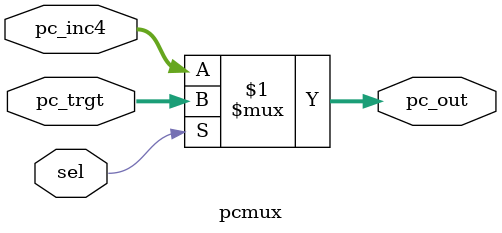
<source format=v>
module pcmux (sel,pc_trgt,pc_inc4,pc_out);
    input sel;
    input [31:0] pc_trgt,pc_inc4;
    output [31:0] pc_out;
    //selecting whether the convenient pc (pc+4) or a target pc
    assign pc_out= (sel)? pc_trgt : pc_inc4; 
endmodule
</source>
